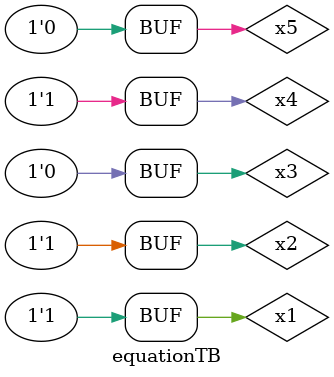
<source format=v>
module buffer(O, I);
	input I;
	output O;
	buf b(O, I);
endmodule

module bufferTB();
	wire O; reg I;
	buffer bffer(O, I);
	initial begin
	I=0; #10
	I=1;I=0;#10 #10
	I=1; #10I=0; #10
	I=1;I=0;#10 #10
	I=1; #10I=0; #10
	I=1;I=0;#10 #10
	I=1; 
	end
	initial
	$monitor("%d I=%b O=%b", $time, I, O);
endmodule


module inverter(O, I);
	input I;
	output O;
	not n(O, I);
endmodule

module inverterTB();
	wire O; reg I;
	inverter invert(O, I);
	initial begin
	I=0; #10
	I=1;I=0;#10 #10
	I=1; #10I=0; #10
	I=1;I=0;#10 #10
	I=1; #10I=0; #10
	I=1;I=0;#10 #10
	I=1; 
	end
	initial
	$monitor("%d I=%b O=%b", $time, I, O);
endmodule

module orUnand(Output, A, B);
	input A, B;
	output Output;
	wire o1, o2;
	nand n1(o1, A, A);
	nand n2(o2, B, B);	
	nand n3(Output, o1, o2);
endmodule

module orUnandTB();
	wire Output; reg A, B;
	orUnand orr(Output, A, B);
	initial begin
	A=0; B=0; #10
	A=0; B=1; #10
	A=1; B=0; #10
	A=1; B=1; 
	 
	end
	initial
	$monitor("%d A=%b B=%b O=%b", $time, A, B, Output);
endmodule

module equation(z, x1, x2, x3, x4, x5);
	input x1, x2, x3, x4, x5;
	output z;
	wire y1, y2;
	assign y1 = x1 & x2;
	assign y2 = x3 & x4 & x5;
	assign z = ~(y1 | y2); 
endmodule

module equationTB();
	wire z; reg x1, x2, x3, x4, x5;
	equation orr(z, x1, x2, x3, x4, x5);
	initial begin
	x1=0; x2=1; x3=0; x4=1; x5=0; #10
	x1=1; x2=0; x3=1; x4=0; x5=1; #10
	x1=1; x2=1; x3=0; x4=1; x5=1; #10
	x1=0; x2=1; x3=1; x4=1; x5=1; #10
	x1=1; x2=1; x3=0; x4=1; x5=0; 
		 
	end
	initial
	$monitor("%d x1=%b x2=%b x3=%b x4=%b x5=%b z=%b", $time, x1, x2, x3, x4, x5, z);
endmodule

</source>
